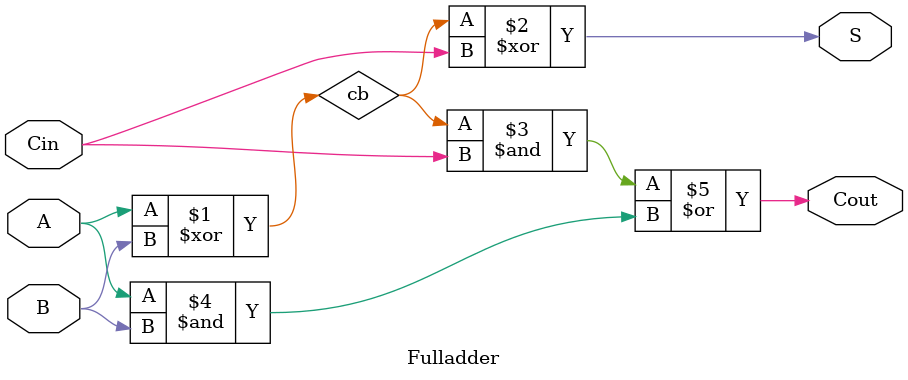
<source format=sv>
module RCAdder #(
  parameter LOGWIDTH = 5
  )(
  input   logic [ 2**LOGWIDTH - 1 : 0 ] A, B,
  input   logic                         Cin,
  output  logic [ 2**LOGWIDTH - 1 : 0 ] S,
  output  logic                         Cout 
);
  
  genvar  i;
  logic  [ 2**LOGWIDTH : 0 ] C;
  assign  C[ 0 ] = Cin;
  generate
    for( i = 0; i < 2**LOGWIDTH; i = i + 1 ) begin: fulladder
      Fulladder FA( A[ i ], B[ i ], C[ i ], S[ i ], C[ i + 1 ] );
    end
  endgenerate
  
  assign  Cout = C[ 2**LOGWIDTH ];
  
endmodule

//////////////////////////////////////////////////////
module Fulladder (
  input  logic A, B, Cin,  
  output logic S, Cout
);

  logic  cb;
  assign cb   = A  ^ B;
  assign S    = cb ^ Cin;
  assign Cout = ( cb & Cin ) | ( A & B );
  
endmodule     
</source>
